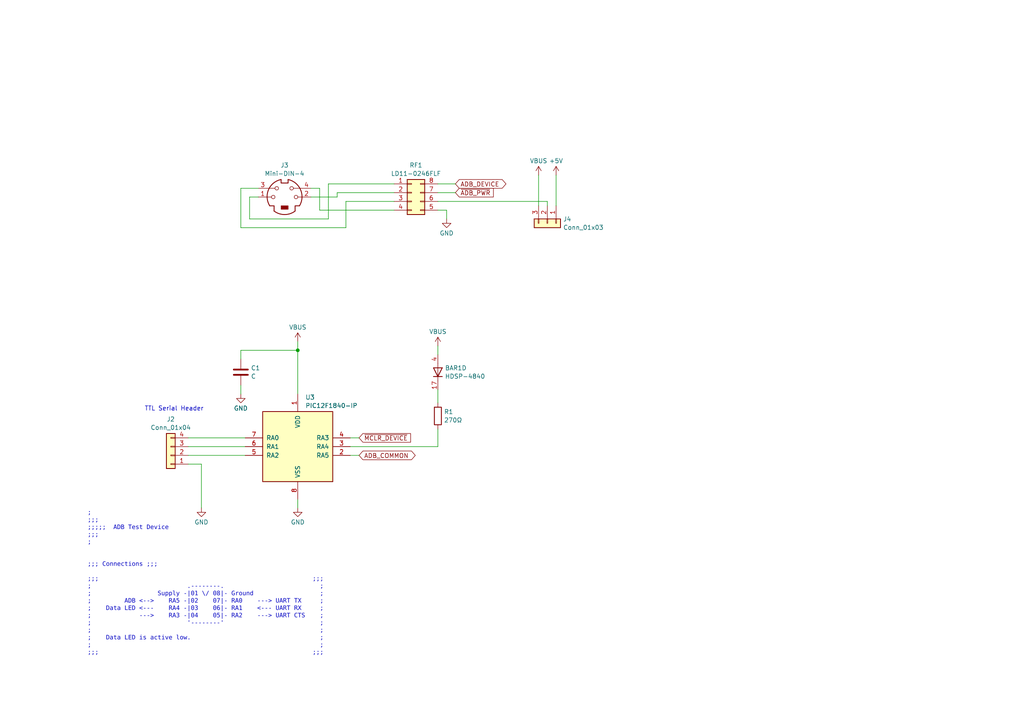
<source format=kicad_sch>
(kicad_sch (version 20230121) (generator eeschema)
  (paper "A4")
  (title_block (title "ADBDB") (date "2024-02-11") (rev "1.1") (company "68kmla") (comment 1 "https://github.com/demik/oldworld/blob/master/EDA/ADBDB/README.md"))
  (lib_symbols
    (symbol "Connector:Mini-DIN-4" (pin_names (offset 1.016))
      (property "Reference" "J" (at 0 6.35 0))
      (property "Value" "Mini-DIN-4" (at 0 -6.35 0))
      (symbol "Mini-DIN-4_0_1"
        (circle (center -3.302 0) (radius 0.508))
        (arc (start -3.048 -4.064) (mid 0 -5.08) (end 3.048 -4.064) (stroke (width 0.254)))
        (circle (center -2.032 2.54) (radius 0.508))
        (rectangle (start -1.016 -2.54) (end 1.016 -3.556) (fill (type outline)))
        (arc (start -1.016 5.08) (mid -4.6228 2.1214) (end -4.318 -2.54) (stroke (width 0.254)))
        (polyline (pts (xy -3.81 0) (xy -5.08 0)))
        (polyline (pts (xy -2.54 2.54) (xy -5.08 2.54)))
        (polyline (pts (xy 2.794 2.54) (xy 5.08 2.54)))
        (polyline (pts (xy 5.08 0) (xy 3.81 0)))
        (polyline (pts (xy -4.318 -2.54) (xy -3.048 -2.54) (xy -3.048 -4.064)) (stroke (width 0.254)))
        (polyline (pts (xy 4.318 -2.54) (xy 3.048 -2.54) (xy 3.048 -4.064)) (stroke (width 0.254)))
        (polyline (pts (xy -1.016 5.08) (xy -1.016 4.064) (xy 1.016 4.064) (xy 1.016 5.08)) (stroke (width 0.254)))
        (circle (center 2.286 2.54) (radius 0.508))
        (circle (center 3.302 0) (radius 0.508))
        (arc (start 4.318 -2.54) (mid 4.6661 2.1322) (end 1.016 5.08) (stroke (width 0.254)))
      )
      (symbol "Mini-DIN-4_1_1"
        (pin passive line (at 7.62 0 180) (length 2.54) (name "~") (number "1"))
        (pin passive line (at -7.62 0 0) (length 2.54) (name "~") (number "2"))
        (pin passive line (at 7.62 2.54 180) (length 2.54) (name "~") (number "3"))
        (pin passive line (at -7.62 2.54 0) (length 2.54) (name "~") (number "4"))
      )
    )
    (symbol "Connector_Generic:Conn_01x03" (pin_names (offset 1.016) hide)
      (property "Reference" "J" (at 0 5.08 0))
      (property "Value" "Conn_01x03" (at 0 -5.08 0))
      (symbol "Conn_01x03_1_1"
        (rectangle (start -1.27 -2.413) (end 0 -2.667) (stroke (width 0.1524)))
        (rectangle (start -1.27 0.127) (end 0 -0.127) (stroke (width 0.1524)))
        (rectangle (start -1.27 2.667) (end 0 2.413) (stroke (width 0.1524)))
        (rectangle (start -1.27 3.81) (end 1.27 -3.81) (stroke (width 0.254)) (fill (type background)))
        (pin passive line (at -5.08 2.54 0) (length 3.81) (name "Pin_1") (number "1"))
        (pin passive line (at -5.08 0 0) (length 3.81) (name "Pin_2") (number "2"))
        (pin passive line (at -5.08 -2.54 0) (length 3.81) (name "Pin_3") (number "3"))
      )
    )
    (symbol "Connector_Generic:Conn_01x04" (pin_names (offset 1.016) hide)
      (property "Reference" "J" (at 0 5.08 0))
      (property "Value" "Conn_01x04" (at 0 -7.62 0))
      (symbol "Conn_01x04_1_1"
        (rectangle (start -1.27 -4.953) (end 0 -5.207) (stroke (width 0.1524)))
        (rectangle (start -1.27 -2.413) (end 0 -2.667) (stroke (width 0.1524)))
        (rectangle (start -1.27 0.127) (end 0 -0.127) (stroke (width 0.1524)))
        (rectangle (start -1.27 2.667) (end 0 2.413) (stroke (width 0.1524)))
        (rectangle (start -1.27 3.81) (end 1.27 -6.35) (stroke (width 0.254)) (fill (type background)))
        (pin passive line (at -5.08 2.54 0) (length 3.81) (name "Pin_1") (number "1"))
        (pin passive line (at -5.08 0 0) (length 3.81) (name "Pin_2") (number "2"))
        (pin passive line (at -5.08 -2.54 0) (length 3.81) (name "Pin_3") (number "3"))
        (pin passive line (at -5.08 -5.08 0) (length 3.81) (name "Pin_4") (number "4"))
      )
    )
    (symbol "Connector_Generic:Conn_02x04_Counter_Clockwise" (pin_names (offset 1.016) hide)
      (property "Reference" "J" (at 1.27 5.08 0))
      (property "Value" "Conn_02x04_Counter_Clockwise" (at 1.27 -7.62 0))
      (symbol "Conn_02x04_Counter_Clockwise_1_1"
        (rectangle (start -1.27 -4.953) (end 0 -5.207) (stroke (width 0.1524)))
        (rectangle (start -1.27 -2.413) (end 0 -2.667) (stroke (width 0.1524)))
        (rectangle (start -1.27 0.127) (end 0 -0.127) (stroke (width 0.1524)))
        (rectangle (start -1.27 2.667) (end 0 2.413) (stroke (width 0.1524)))
        (rectangle (start -1.27 3.81) (end 3.81 -6.35) (stroke (width 0.254)) (fill (type background)))
        (rectangle (start 3.81 -4.953) (end 2.54 -5.207) (stroke (width 0.1524)))
        (rectangle (start 3.81 -2.413) (end 2.54 -2.667) (stroke (width 0.1524)))
        (rectangle (start 3.81 0.127) (end 2.54 -0.127) (stroke (width 0.1524)))
        (rectangle (start 3.81 2.667) (end 2.54 2.413) (stroke (width 0.1524)))
        (pin passive line (at -5.08 2.54 0) (length 3.81) (name "Pin_1") (number "1"))
        (pin passive line (at -5.08 0 0) (length 3.81) (name "Pin_2") (number "2"))
        (pin passive line (at -5.08 -2.54 0) (length 3.81) (name "Pin_3") (number "3"))
        (pin passive line (at -5.08 -5.08 0) (length 3.81) (name "Pin_4") (number "4"))
        (pin passive line (at 7.62 -5.08 180) (length 3.81) (name "Pin_5") (number "5"))
        (pin passive line (at 7.62 -2.54 180) (length 3.81) (name "Pin_6") (number "6"))
        (pin passive line (at 7.62 0 180) (length 3.81) (name "Pin_7") (number "7"))
        (pin passive line (at 7.62 2.54 180) (length 3.81) (name "Pin_8") (number "8"))
      )
    )
    (symbol "Device:C" (pin_numbers hide) (pin_names (offset 0.254))
      (property "Reference" "C" (at 0.635 2.54 0))
      (property "Value" "C" (at 0.635 -2.54 0))
      (symbol "C_0_1"
        (polyline (pts (xy -2.032 -0.762) (xy 2.032 -0.762)) (stroke (width 0.508)))
        (polyline (pts (xy -2.032 0.762) (xy 2.032 0.762)) (stroke (width 0.508)))
      )
      (symbol "C_1_1"
        (pin passive line (at 0 3.81 270) (length 2.794) (name "~") (number "1"))
        (pin passive line (at 0 -3.81 90) (length 2.794) (name "~") (number "2"))
      )
    )
    (symbol "Device:R" (pin_numbers hide) (pin_names (offset 0))
      (property "Reference" "R" (at 2.032 0 90))
      (property "Value" "R" (at 0 0 90))
      (symbol "R_0_1"
        (rectangle (start -1.016 -2.54) (end 1.016 2.54) (stroke (width 0.254)))
      )
      (symbol "R_1_1"
        (pin passive line (at 0 3.81 270) (length 1.27) (name "~") (number "1"))
        (pin passive line (at 0 -3.81 90) (length 1.27) (name "~") (number "2"))
      )
    )
    (symbol "LED:HDSP-4840" (pin_names (offset 1.016) hide)
      (property "Reference" "BAR" (at 0 3.81 0))
      (property "Value" "HDSP-4840" (at 0 -3.81 0))
      (symbol "HDSP-4840_0_1"
        (polyline (pts (xy -2.54 0) (xy 2.54 0)))
        (polyline (pts (xy 1.27 -1.27) (xy 1.27 1.27)) (stroke (width 0.254)))
        (polyline (pts (xy -1.27 1.27) (xy -1.27 -1.27) (xy 1.27 0) (xy -1.27 1.27)) (stroke (width 0.254)))
      )
      (symbol "HDSP-4840_1_1"
        (pin passive line (at -5.08 0 0) (length 2.54) (name "A") (number "1"))
        (pin passive line (at 5.08 0 180) (length 2.54) (name "K") (number "20"))
      )
      (symbol "HDSP-4840_2_1"
        (pin passive line (at 5.08 0 180) (length 2.54) (name "K") (number "19"))
        (pin passive line (at -5.08 0 0) (length 2.54) (name "A") (number "2"))
      )
      (symbol "HDSP-4840_3_1"
        (pin passive line (at 5.08 0 180) (length 2.54) (name "K") (number "18"))
        (pin passive line (at -5.08 0 0) (length 2.54) (name "A") (number "3"))
      )
      (symbol "HDSP-4840_4_1"
        (pin passive line (at 5.08 0 180) (length 2.54) (name "K") (number "17"))
        (pin passive line (at -5.08 0 0) (length 2.54) (name "A") (number "4"))
      )
      (symbol "HDSP-4840_5_1"
        (pin passive line (at 5.08 0 180) (length 2.54) (name "K") (number "16"))
        (pin passive line (at -5.08 0 0) (length 2.54) (name "A") (number "5"))
      )
      (symbol "HDSP-4840_6_1"
        (pin passive line (at 5.08 0 180) (length 2.54) (name "K") (number "15"))
        (pin passive line (at -5.08 0 0) (length 2.54) (name "A") (number "6"))
      )
      (symbol "HDSP-4840_7_1"
        (pin passive line (at 5.08 0 180) (length 2.54) (name "K") (number "14"))
        (pin passive line (at -5.08 0 0) (length 2.54) (name "A") (number "7"))
      )
      (symbol "HDSP-4840_8_1"
        (pin passive line (at 5.08 0 180) (length 2.54) (name "K") (number "13"))
        (pin passive line (at -5.08 0 0) (length 2.54) (name "A") (number "8"))
      )
      (symbol "HDSP-4840_9_1"
        (pin passive line (at 5.08 0 180) (length 2.54) (name "K") (number "12"))
        (pin passive line (at -5.08 0 0) (length 2.54) (name "A") (number "9"))
      )
      (symbol "HDSP-4840_10_1"
        (pin passive line (at -5.08 0 0) (length 2.54) (name "A") (number "10"))
        (pin passive line (at 5.08 0 180) (length 2.54) (name "K") (number "11"))
      )
    )
    (symbol "MCU_Microchip_PIC12:PIC12F1840-IP" (pin_names (offset 1.016))
      (property "Reference" "U" (at 1.27 13.97 0))
      (property "Value" "PIC12F1840-IP" (at 1.27 11.43 0))
      (symbol "PIC12F1840-IP_0_1"
        (rectangle (start 10.16 -10.16) (end -10.16 10.16) (stroke (width 0.254)) (fill (type background)))
      )
      (symbol "PIC12F1840-IP_1_1"
        (pin power_in line (at 0 15.24 270) (length 5.08) (name "VDD") (number "1"))
        (pin bidirectional line (at 15.24 -2.54 180) (length 5.08) (name "RA5") (number "2"))
        (pin bidirectional line (at 15.24 0 180) (length 5.08) (name "RA4") (number "3"))
        (pin input line (at 15.24 2.54 180) (length 5.08) (name "RA3") (number "4"))
        (pin bidirectional line (at -15.24 -2.54 0) (length 5.08) (name "RA2") (number "5"))
        (pin bidirectional line (at -15.24 0 0) (length 5.08) (name "RA1") (number "6"))
        (pin bidirectional line (at -15.24 2.54 0) (length 5.08) (name "RA0") (number "7"))
        (pin power_in line (at 0 -15.24 90) (length 5.08) (name "VSS") (number "8"))
      )
    )
    (symbol "power:+5V" (power) (pin_names (offset 0))
      (property "Value" "+5V" (at 0 3.556 0))
      (symbol "+5V_0_1"
        (polyline (pts (xy -0.762 1.27) (xy 0 2.54)))
        (polyline (pts (xy 0 0) (xy 0 2.54)))
        (polyline (pts (xy 0 2.54) (xy 0.762 1.27)))
      )
      (symbol "+5V_1_1"
        (pin power_in line (at 0 0 90) (length 0) hide (name "+5V") (number "1"))
      )
    )
    (symbol "power:GND" (power) (pin_names (offset 0))
      (property "Value" "GND" (at 0 -3.81 0))
      (symbol "GND_0_1"
        (polyline (pts (xy 0 0) (xy 0 -1.27) (xy 1.27 -1.27) (xy 0 -2.54) (xy -1.27 -1.27) (xy 0 -1.27)))
      )
      (symbol "GND_1_1"
        (pin power_in line (at 0 0 270) (length 0) hide (name "GND") (number "1"))
      )
    )
    (symbol "power:VBUS" (power) (pin_names (offset 0))
      (property "Value" "VBUS" (at 0 3.81 0))
      (symbol "VBUS_0_1"
        (polyline (pts (xy -0.762 1.27) (xy 0 2.54)))
        (polyline (pts (xy 0 0) (xy 0 2.54)))
        (polyline (pts (xy 0 2.54) (xy 0.762 1.27)))
      )
      (symbol "VBUS_1_1"
        (pin power_in line (at 0 0 90) (length 0) hide (name "VBUS") (number "1"))
      )
    )
  )
  (junction (at 86.36 101.6))
  (wire (pts (xy 158.75 58.42) (xy 127 58.42)))
  (wire (pts (xy 95.25 63.5) (xy 72.39 63.5)))
  (wire (pts (xy 54.61 129.54) (xy 71.12 129.54)))
  (wire (pts (xy 127 129.54) (xy 101.6 129.54)))
  (wire (pts (xy 69.85 101.6) (xy 69.85 104.14)))
  (wire (pts (xy 69.85 66.04) (xy 69.85 54.61)))
  (wire (pts (xy 69.85 111.76) (xy 69.85 114.3)))
  (wire (pts (xy 54.61 127) (xy 71.12 127)))
  (wire (pts (xy 86.36 114.3) (xy 86.36 101.6)))
  (wire (pts (xy 127 55.88) (xy 132.08 55.88)))
  (wire (pts (xy 129.54 60.96) (xy 127 60.96)))
  (wire (pts (xy 97.79 55.88) (xy 114.3 55.88)))
  (wire (pts (xy 158.75 59.69) (xy 158.75 58.42)))
  (wire (pts (xy 86.36 99.06) (xy 86.36 101.6)))
  (wire (pts (xy 100.33 58.42) (xy 100.33 66.04)))
  (wire (pts (xy 90.17 57.15) (xy 97.79 57.15)))
  (wire (pts (xy 86.36 144.78) (xy 86.36 147.32)))
  (wire (pts (xy 58.42 147.32) (xy 58.42 134.62)))
  (wire (pts (xy 114.3 53.34) (xy 95.25 53.34)))
  (wire (pts (xy 72.39 57.15) (xy 74.93 57.15)))
  (wire (pts (xy 127 100.33) (xy 127 102.87)))
  (wire (pts (xy 95.25 53.34) (xy 95.25 63.5)))
  (wire (pts (xy 86.36 101.6) (xy 69.85 101.6)))
  (wire (pts (xy 92.71 60.96) (xy 114.3 60.96)))
  (wire (pts (xy 129.54 63.5) (xy 129.54 60.96)))
  (wire (pts (xy 114.3 58.42) (xy 100.33 58.42)))
  (wire (pts (xy 54.61 132.08) (xy 71.12 132.08)))
  (wire (pts (xy 92.71 54.61) (xy 92.71 60.96)))
  (wire (pts (xy 69.85 54.61) (xy 74.93 54.61)))
  (wire (pts (xy 101.6 132.08) (xy 104.14 132.08)))
  (wire (pts (xy 100.33 66.04) (xy 69.85 66.04)))
  (wire (pts (xy 127 53.34) (xy 132.08 53.34)))
  (wire (pts (xy 161.29 50.8) (xy 161.29 59.69)))
  (wire (pts (xy 58.42 134.62) (xy 54.61 134.62)))
  (wire (pts (xy 72.39 63.5) (xy 72.39 57.15)))
  (wire (pts (xy 90.17 54.61) (xy 92.71 54.61)))
  (wire (pts (xy 156.21 50.8) (xy 156.21 59.69)))
  (wire (pts (xy 127 124.46) (xy 127 129.54)))
  (wire (pts (xy 127 113.03) (xy 127 116.84)))
  (wire (pts (xy 97.79 57.15) (xy 97.79 55.88)))
  (wire (pts (xy 101.6 127) (xy 104.14 127)))
  (text "TTL Serial Header" (at 41.91 119.38 0) (effects (font (size 1.27 1.27)) (justify left bottom)))
  (text ";\n;;;\n;;;;;  ADB Test Device\n;;;\n;\n\n\n;;; Connections ;;;\n\n;;;                                                          ;;;\n;                          .--------.                          ;\n;                  Supply -|01 \\/ 08|- Ground                  ;\n;         ADB <-->    RA5 -|02    07|- RA0    ---> UART TX     ;\n;    Data LED <---    RA4 -|03    06|- RA1    <--- UART RX     ;\n;             --->    RA3 -|04    05|- RA2    ---> UART CTS    ;\n;                          '--------'                          ;\n;                                                              ;\n;    Data LED is active low.                                   ;\n;                                                              ;\n;;;                                                          ;;;" (at 25.4 190.5 0) (effects (font (size 1.27 1.27)) (justify left bottom)))
  (global_label "~{MCLR_DEVICE}" (shape input) (at 104.14 127 0) (property "Intersheetrefs" "${INTERSHEET_REFS}" (effects hide)))
  (global_label "~{ADB_PWR}" (shape input) (at 132.08 55.88 0) (property "Intersheetrefs" "${INTERSHEET_REFS}" (effects hide)))
  (global_label "ADB_COMMON" (shape bidirectional) (at 104.14 132.08 0) (property "Intersheetrefs" "${INTERSHEET_REFS}" (effects hide)))
  (global_label "ADB_DEVICE" (shape bidirectional) (at 132.08 53.34 0) (property "Intersheetrefs" "${INTERSHEET_REFS}" (effects hide)))
  (symbol (lib_id "power:VBUS") (at 156.21 50.8 0) (unit 1)
    (property "Reference" "#PWR09" (effects hide))
    (property "Value" "VBUS" (at 156.21 46.6669 0))
  )
  (symbol (lib_id "power:GND") (at 86.36 147.32 0) (unit 1)
    (property "Reference" "#PWR04" (effects hide))
    (property "Value" "GND" (at 86.36 151.4531 0))
  )
  (symbol (lib_id "power:VBUS") (at 127 100.33 0) (unit 1)
    (property "Reference" "#PWR019" (effects hide))
    (property "Value" "VBUS" (at 127 96.1969 0))
  )
  (symbol (lib_id "Device:C") (at 69.85 107.95 180) (unit 1)
    (property "Reference" "C1" (at 72.771 106.7379 0) (effects (justify right)))
    (property "Value" "C" (at 72.771 109.1621 0) (effects (justify right)))
    (property "Footprint" "Capacitor_THT:C_Disc_D4.3mm_W1.9mm_P5.00mm" (effects hide))
  )
  (symbol (lib_id "Connector_Generic:Conn_01x03") (at 158.75 64.77 270) (unit 1)
    (property "Reference" "J4" (at 163.322 63.5579 90) (effects (justify left)))
    (property "Value" "Conn_01x03" (at 163.322 65.9821 90) (effects (justify left)))
    (property "Footprint" "Connector_PinHeader_2.54mm:PinHeader_1x03_P2.54mm_Vertical" (effects hide))
  )
  (symbol (lib_id "Connector:Mini-DIN-4") (at 82.55 57.15 0) (mirror y) (unit 1)
    (property "Reference" "J3" (at 82.5323 47.9257 0))
    (property "Value" "Mini-DIN-4" (at 82.5323 50.3499 0))
    (property "Footprint" "ADBDB:57491811" (effects hide))
    (property "Datasheet" "http://service.powerdynamics.com/ec/Catalog17/Section%2011.pdf" (effects hide))
  )
  (symbol (lib_id "power:GND") (at 58.42 147.32 0) (unit 1)
    (property "Reference" "#PWR05" (effects hide))
    (property "Value" "GND" (at 58.42 151.4531 0))
  )
  (symbol (lib_id "power:+5V") (at 161.29 50.8 0) (unit 1)
    (property "Reference" "#PWR010" (effects hide))
    (property "Value" "+5V" (at 161.29 46.6669 0))
  )
  (symbol (lib_id "LED:HDSP-4840") (at 127 107.95 270) (unit 4)
    (property "Reference" "BAR1" (at 129.032 106.7379 90) (effects (justify left)))
    (property "Value" "HDSP-4840" (at 129.032 109.1621 90) (effects (justify left)))
    (property "Footprint" "Display:HDSP-4840" (effects hide))
    (property "Datasheet" "https://docs.broadcom.com/docs/AV02-1798EN" (effects hide))
  )
  (symbol (lib_id "power:GND") (at 69.85 114.3 0) (unit 1)
    (property "Reference" "#PWR07" (effects hide))
    (property "Value" "GND" (at 69.85 118.4331 0))
  )
  (symbol (lib_id "Connector_Generic:Conn_02x04_Counter_Clockwise") (at 119.38 55.88 0) (unit 1)
    (property "Reference" "RF1" (at 120.65 47.9257 0))
    (property "Value" "LD11-0246FLF" (at 120.65 50.3499 0))
    (property "Footprint" "Package_DIP:DIP-8_W7.62mm" (effects hide))
  )
  (symbol (lib_id "Connector_Generic:Conn_01x04") (at 49.53 132.08 180) (unit 1)
    (property "Reference" "J2" (at 49.53 121.5857 0))
    (property "Value" "Conn_01x04" (at 49.53 124.0099 0))
    (property "Footprint" "Connector_PinHeader_2.54mm:PinHeader_1x04_P2.54mm_Vertical" (effects hide))
  )
  (symbol (lib_id "power:GND") (at 129.54 63.5 0) (unit 1)
    (property "Reference" "#PWR06" (effects hide))
    (property "Value" "GND" (at 129.54 67.6331 0))
  )
  (symbol (lib_id "MCU_Microchip_PIC12:PIC12F1840-IP") (at 86.36 129.54 0) (unit 1)
    (property "Reference" "U3" (at 88.5541 115.2357 0) (effects (justify left)))
    (property "Value" "PIC12F1840-IP" (at 88.5541 117.6599 0) (effects (justify left)))
    (property "Footprint" "Package_DIP:DIP-8_W7.62mm" (effects hide))
    (property "Datasheet" "http://ww1.microchip.com/downloads/en/DeviceDoc/41441B.pdf" (effects hide))
  )
  (symbol (lib_id "Device:R") (at 127 120.65 0) (unit 1)
    (property "Reference" "R1" (at 128.778 119.4379 0) (effects (justify left)))
    (property "Value" "270Ω" (at 128.778 121.8621 0) (effects (justify left)))
    (property "Footprint" "Resistor_THT:R_Axial_DIN0207_L6.3mm_D2.5mm_P7.62mm_Horizontal" (effects hide))
  )
  (symbol (lib_id "power:VBUS") (at 86.36 99.06 0) (unit 1)
    (property "Reference" "#PWR08" (effects hide))
    (property "Value" "VBUS" (at 86.36 94.9269 0))
  )
)
</source>
